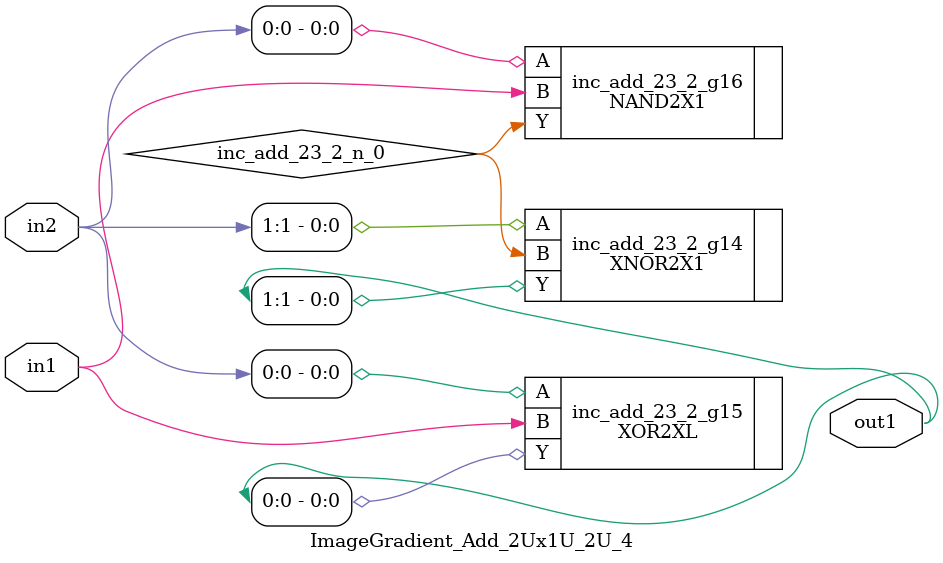
<source format=v>
`timescale 1ps / 1ps


module ImageGradient_Add_2Ux1U_2U_4(in2, in1, out1);
  input [1:0] in2;
  input in1;
  output [1:0] out1;
  wire [1:0] in2;
  wire in1;
  wire [1:0] out1;
  wire inc_add_23_2_n_0;
  XNOR2X1 inc_add_23_2_g14(.A (in2[1]), .B (inc_add_23_2_n_0), .Y
       (out1[1]));
  XOR2XL inc_add_23_2_g15(.A (in2[0]), .B (in1), .Y (out1[0]));
  NAND2X1 inc_add_23_2_g16(.A (in2[0]), .B (in1), .Y
       (inc_add_23_2_n_0));
endmodule


</source>
